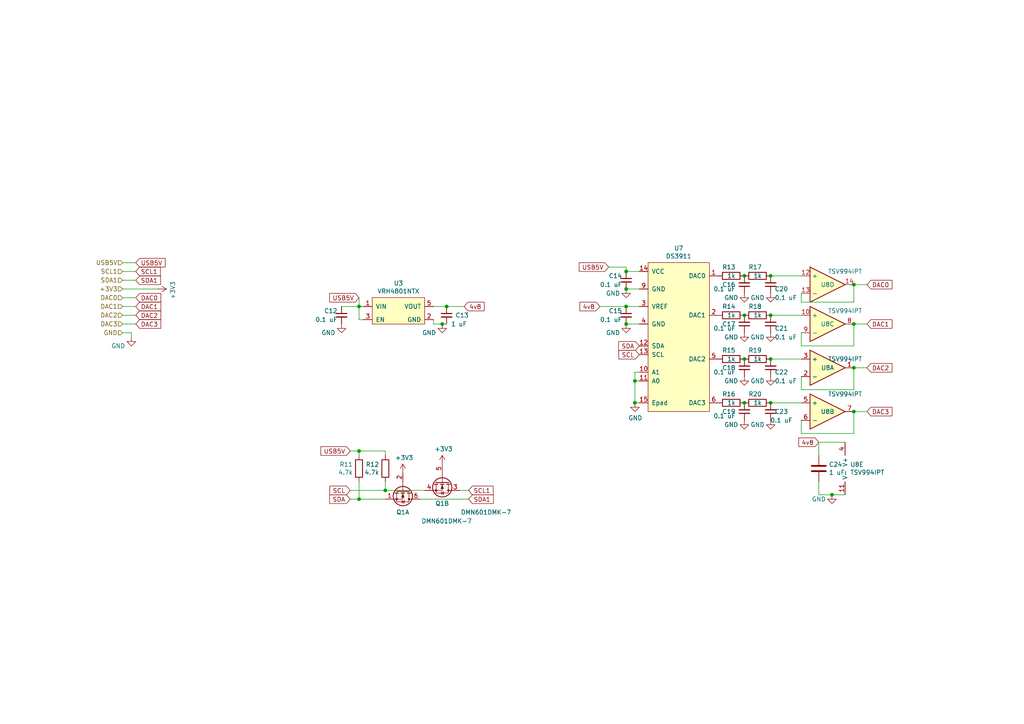
<source format=kicad_sch>
(kicad_sch (version 20230121) (generator eeschema)
  (paper "A4")
  (lib_symbols
    (symbol "Device:C" (pin_numbers hide) (pin_names (offset 0.254))
      (property "Reference" "C" (at 0.635 2.54 0))
      (property "Value" "C" (at 0.635 -2.54 0))
      (symbol "C_0_1"
        (polyline (pts (xy -2.032 -0.762) (xy 2.032 -0.762)) (stroke (width 0.508)))
        (polyline (pts (xy -2.032 0.762) (xy 2.032 0.762)) (stroke (width 0.508)))
      )
      (symbol "C_1_1"
        (pin passive line (at 0 3.81 270) (length 2.794) (name "~") (number "1"))
        (pin passive line (at 0 -3.81 90) (length 2.794) (name "~") (number "2"))
      )
    )
    (symbol "Device:C_Small" (pin_numbers hide) (pin_names (offset 0.254) hide)
      (property "Reference" "C" (at 0.254 1.778 0))
      (property "Value" "C_Small" (at 0.254 -2.032 0))
      (symbol "C_Small_0_1"
        (polyline (pts (xy -1.524 -0.508) (xy 1.524 -0.508)) (stroke (width 0.3302)))
        (polyline (pts (xy -1.524 0.508) (xy 1.524 0.508)) (stroke (width 0.3048)))
      )
      (symbol "C_Small_1_1"
        (pin passive line (at 0 2.54 270) (length 2.032) (name "~") (number "1"))
        (pin passive line (at 0 -2.54 90) (length 2.032) (name "~") (number "2"))
      )
    )
    (symbol "Device:R" (pin_numbers hide) (pin_names (offset 0))
      (property "Reference" "R" (at 2.032 0 90))
      (property "Value" "R" (at 0 0 90))
      (symbol "R_0_1"
        (rectangle (start -1.016 -2.54) (end 1.016 2.54) (stroke (width 0.254)))
      )
      (symbol "R_1_1"
        (pin passive line (at 0 3.81 270) (length 1.27) (name "~") (number "1"))
        (pin passive line (at 0 -3.81 90) (length 1.27) (name "~") (number "2"))
      )
    )
    (symbol "power:+3V3" (power) (pin_names (offset 0))
      (property "Value" "+3V3" (at 0 3.556 0))
      (symbol "+3V3_0_1"
        (polyline (pts (xy -0.762 1.27) (xy 0 2.54)))
        (polyline (pts (xy 0 0) (xy 0 2.54)))
        (polyline (pts (xy 0 2.54) (xy 0.762 1.27)))
      )
      (symbol "+3V3_1_1"
        (pin power_in line (at 0 0 90) (length 0) hide (name "+3V3") (number "1"))
      )
    )
    (symbol "power:GND" (power) (pin_names (offset 0))
      (property "Value" "GND" (at 0 -3.81 0))
      (symbol "GND_0_1"
        (polyline (pts (xy 0 0) (xy 0 -1.27) (xy 1.27 -1.27) (xy 0 -2.54) (xy -1.27 -1.27) (xy 0 -1.27)))
      )
      (symbol "GND_1_1"
        (pin power_in line (at 0 0 270) (length 0) hide (name "GND") (number "1"))
      )
    )
    (symbol "quadrant-rescue:Opamp_Quad_Generic-Device"
      (property "Reference" "U" (at 0 5.08 0))
      (property "Value" "Device_Opamp_Quad_Generic" (at 0 -5.08 0))
      (symbol "Opamp_Quad_Generic-Device_1_1"
        (polyline (pts (xy -5.08 5.08) (xy 5.08 0) (xy -5.08 -5.08) (xy -5.08 5.08)) (stroke (width 0.254)) (fill (type background)))
        (pin output line (at 7.62 0 180) (length 2.54) (name "~") (number "1"))
        (pin input line (at -7.62 -2.54 0) (length 2.54) (name "-") (number "2"))
        (pin input line (at -7.62 2.54 0) (length 2.54) (name "+") (number "3"))
      )
      (symbol "Opamp_Quad_Generic-Device_2_1"
        (polyline (pts (xy -5.08 5.08) (xy 5.08 0) (xy -5.08 -5.08) (xy -5.08 5.08)) (stroke (width 0.254)) (fill (type background)))
        (pin input line (at -7.62 2.54 0) (length 2.54) (name "+") (number "5"))
        (pin input line (at -7.62 -2.54 0) (length 2.54) (name "-") (number "6"))
        (pin output line (at 7.62 0 180) (length 2.54) (name "~") (number "7"))
      )
      (symbol "Opamp_Quad_Generic-Device_3_1"
        (polyline (pts (xy -5.08 5.08) (xy 5.08 0) (xy -5.08 -5.08) (xy -5.08 5.08)) (stroke (width 0.254)) (fill (type background)))
        (pin input line (at -7.62 2.54 0) (length 2.54) (name "+") (number "10"))
        (pin output line (at 7.62 0 180) (length 2.54) (name "~") (number "8"))
        (pin input line (at -7.62 -2.54 0) (length 2.54) (name "-") (number "9"))
      )
      (symbol "Opamp_Quad_Generic-Device_4_1"
        (polyline (pts (xy -5.08 5.08) (xy 5.08 0) (xy -5.08 -5.08) (xy -5.08 5.08)) (stroke (width 0.254)) (fill (type background)))
        (pin input line (at -7.62 2.54 0) (length 2.54) (name "+") (number "12"))
        (pin input line (at -7.62 -2.54 0) (length 2.54) (name "-") (number "13"))
        (pin output line (at 7.62 0 180) (length 2.54) (name "~") (number "14"))
      )
      (symbol "Opamp_Quad_Generic-Device_5_1"
        (pin power_in line (at -2.54 -7.62 90) (length 3.81) (name "V-") (number "11"))
        (pin power_in line (at -2.54 7.62 270) (length 3.81) (name "V+") (number "4"))
      )
    )
    (symbol "quadrant-rescue:Q_DUAL_NMOS_S1G1D2S2G2D1-Device" (pin_names (offset 0) hide)
      (property "Reference" "Q" (at 6.35 1.27 0))
      (property "Value" "Device_Q_DUAL_NMOS_S1G1D2S2G2D1" (at 19.05 -1.27 0))
      (symbol "Q_DUAL_NMOS_S1G1D2S2G2D1-Device_0_1"
        (polyline (pts (xy 0.254 0) (xy -2.54 0)))
        (polyline (pts (xy 0.254 1.905) (xy 0.254 -1.905)) (stroke (width 0.254)))
        (polyline (pts (xy 0.762 -1.27) (xy 0.762 -2.286)) (stroke (width 0.254)))
        (polyline (pts (xy 0.762 0.508) (xy 0.762 -0.508)) (stroke (width 0.254)))
        (polyline (pts (xy 0.762 2.286) (xy 0.762 1.27)) (stroke (width 0.254)))
        (polyline (pts (xy 2.54 2.54) (xy 2.54 1.778)))
        (polyline (pts (xy 2.54 -2.54) (xy 2.54 0) (xy 0.762 0)))
        (polyline (pts (xy 0.762 -1.778) (xy 3.302 -1.778) (xy 3.302 1.778) (xy 0.762 1.778)))
        (polyline (pts (xy 1.016 0) (xy 2.032 0.381) (xy 2.032 -0.381) (xy 1.016 0)) (fill (type outline)))
        (polyline (pts (xy 2.794 0.508) (xy 2.921 0.381) (xy 3.683 0.381) (xy 3.81 0.254)))
        (polyline (pts (xy 3.302 0.381) (xy 2.921 -0.254) (xy 3.683 -0.254) (xy 3.302 0.381)))
        (circle (center 1.651 0) (radius 2.794) (stroke (width 0.254)))
        (circle (center 2.54 -1.778) (radius 0.254) (fill (type outline)))
        (circle (center 2.54 1.778) (radius 0.254) (fill (type outline)))
      )
      (symbol "Q_DUAL_NMOS_S1G1D2S2G2D1-Device_1_1"
        (pin passive line (at 2.54 -5.08 90) (length 2.54) (name "S") (number "1"))
        (pin input line (at -5.08 0 0) (length 2.54) (name "G") (number "2"))
        (pin passive line (at 2.54 5.08 270) (length 2.54) (name "D") (number "6"))
      )
      (symbol "Q_DUAL_NMOS_S1G1D2S2G2D1-Device_2_1"
        (pin passive line (at 2.54 5.08 270) (length 2.54) (name "D") (number "3"))
        (pin passive line (at 2.54 -5.08 90) (length 2.54) (name "S") (number "4"))
        (pin input line (at -5.08 0 0) (length 2.54) (name "G") (number "5"))
      )
    )
    (symbol "quadrant:DS3911" (pin_names (offset 1.016))
      (property "Reference" "U" (at -11.43 16.51 0))
      (property "Value" "DS3911" (at -8.89 -29.21 0))
      (symbol "DS3911_0_1"
        (rectangle (start -12.7 15.24) (end 5.08 -27.94) (fill (type background)))
      )
      (symbol "DS3911_1_1"
        (pin output line (at 7.62 11.43 180) (length 2.54) (name "DAC0") (number "1"))
        (pin input line (at -15.24 -16.51 0) (length 2.54) (name "A1") (number "10"))
        (pin input line (at -15.24 -19.05 0) (length 2.54) (name "A0") (number "11"))
        (pin input line (at -15.24 -8.89 0) (length 2.54) (name "SDA") (number "12"))
        (pin input line (at -15.24 -11.43 0) (length 2.54) (name "SCL") (number "13"))
        (pin power_in line (at -15.24 12.7 0) (length 2.54) (name "VCC") (number "14"))
        (pin power_in line (at -15.24 -25.4 0) (length 2.54) (name "Epad") (number "15"))
        (pin output line (at 7.62 0 180) (length 2.54) (name "DAC1") (number "2"))
        (pin power_in line (at -15.24 2.54 0) (length 2.54) (name "VREF") (number "3"))
        (pin power_in line (at -15.24 -2.54 0) (length 2.54) (name "GND") (number "4"))
        (pin output line (at 7.62 -12.7 180) (length 2.54) (name "DAC2") (number "5"))
        (pin output line (at 7.62 -25.4 180) (length 2.54) (name "DAC3") (number "6"))
        (pin power_in line (at -15.24 7.62 0) (length 2.54) (name "GND") (number "9"))
      )
    )
    (symbol "quadrant:VRH4801NTX" (pin_names (offset 1.016))
      (property "Reference" "U" (at -6.35 5.08 0))
      (property "Value" "VRH4801NTX" (at 3.81 -5.08 0))
      (symbol "VRH4801NTX_0_1"
        (rectangle (start -7.62 3.81) (end 7.62 -3.81) (fill (type background)))
      )
      (symbol "VRH4801NTX_1_1"
        (pin input line (at -10.16 1.27 0) (length 2.54) (name "VIN") (number "1"))
        (pin input line (at 10.16 -2.54 180) (length 2.54) (name "GND") (number "2"))
        (pin input line (at -10.16 -2.54 0) (length 2.54) (name "EN") (number "3"))
        (pin no_connect line (at 0 -6.35 90) (length 2.54) hide (name "NC") (number "4"))
        (pin input line (at 10.16 1.27 180) (length 2.54) (name "VOUT") (number "5"))
      )
    )
  )
  (junction (at 129.54 88.9))
  (junction (at 247.65 119.38))
  (junction (at 215.9 104.14))
  (junction (at 247.65 93.98))
  (junction (at 184.15 116.84))
  (junction (at 215.9 91.44))
  (junction (at 128.27 93.98))
  (junction (at 241.3 143.51))
  (junction (at 247.65 82.55))
  (junction (at 111.76 142.24))
  (junction (at 181.61 83.82))
  (junction (at 223.52 80.01))
  (junction (at 104.14 88.9))
  (junction (at 215.9 116.84))
  (junction (at 215.9 80.01))
  (junction (at 223.52 91.44))
  (junction (at 181.61 78.74))
  (junction (at 181.61 88.9))
  (junction (at 104.14 130.81))
  (junction (at 104.14 144.78))
  (junction (at 184.15 110.49))
  (junction (at 247.65 106.68))
  (junction (at 223.52 116.84))
  (junction (at 181.61 93.98))
  (junction (at 223.52 104.14))
  (wire (pts (xy 35.56 96.52) (xy 38.1 96.52)))
  (wire (pts (xy 247.65 125.73) (xy 247.65 119.38)))
  (wire (pts (xy 129.54 88.9) (xy 125.73 88.9)))
  (wire (pts (xy 247.65 93.98) (xy 251.46 93.98)))
  (wire (pts (xy 39.37 78.74) (xy 35.56 78.74)))
  (wire (pts (xy 104.14 86.36) (xy 104.14 88.9)))
  (wire (pts (xy 173.99 88.9) (xy 181.61 88.9)))
  (wire (pts (xy 247.65 119.38) (xy 251.46 119.38)))
  (wire (pts (xy 181.61 93.98) (xy 185.42 93.98)))
  (wire (pts (xy 184.15 107.95) (xy 184.15 110.49)))
  (wire (pts (xy 111.76 144.78) (xy 104.14 144.78)))
  (wire (pts (xy 232.41 109.22) (xy 232.41 113.03)))
  (wire (pts (xy 184.15 116.84) (xy 185.42 116.84)))
  (wire (pts (xy 247.65 106.68) (xy 251.46 106.68)))
  (wire (pts (xy 111.76 139.7) (xy 111.76 142.24)))
  (wire (pts (xy 104.14 130.81) (xy 104.14 132.08)))
  (wire (pts (xy 39.37 88.9) (xy 35.56 88.9)))
  (wire (pts (xy 247.65 100.33) (xy 247.65 93.98)))
  (wire (pts (xy 35.56 76.2) (xy 39.37 76.2)))
  (wire (pts (xy 223.52 104.14) (xy 232.41 104.14)))
  (wire (pts (xy 237.49 132.08) (xy 237.49 128.27)))
  (wire (pts (xy 181.61 88.9) (xy 185.42 88.9)))
  (wire (pts (xy 232.41 113.03) (xy 247.65 113.03)))
  (wire (pts (xy 184.15 110.49) (xy 184.15 116.84)))
  (wire (pts (xy 99.06 88.9) (xy 104.14 88.9)))
  (wire (pts (xy 247.65 87.63) (xy 247.65 82.55)))
  (wire (pts (xy 111.76 130.81) (xy 111.76 132.08)))
  (wire (pts (xy 111.76 142.24) (xy 123.19 142.24)))
  (wire (pts (xy 105.41 88.9) (xy 104.14 88.9)))
  (wire (pts (xy 104.14 144.78) (xy 101.6 144.78)))
  (wire (pts (xy 181.61 77.47) (xy 181.61 78.74)))
  (wire (pts (xy 104.14 130.81) (xy 111.76 130.81)))
  (wire (pts (xy 241.3 143.51) (xy 245.11 143.51)))
  (wire (pts (xy 35.56 91.44) (xy 39.37 91.44)))
  (wire (pts (xy 35.56 81.28) (xy 39.37 81.28)))
  (wire (pts (xy 232.41 96.52) (xy 232.41 100.33)))
  (wire (pts (xy 121.92 144.78) (xy 135.89 144.78)))
  (wire (pts (xy 232.41 85.09) (xy 232.41 87.63)))
  (wire (pts (xy 35.56 83.82) (xy 45.72 83.82)))
  (wire (pts (xy 38.1 96.52) (xy 38.1 97.79)))
  (wire (pts (xy 223.52 91.44) (xy 232.41 91.44)))
  (wire (pts (xy 104.14 144.78) (xy 104.14 139.7)))
  (wire (pts (xy 232.41 100.33) (xy 247.65 100.33)))
  (wire (pts (xy 237.49 143.51) (xy 241.3 143.51)))
  (wire (pts (xy 185.42 83.82) (xy 181.61 83.82)))
  (wire (pts (xy 232.41 121.92) (xy 232.41 125.73)))
  (wire (pts (xy 125.73 92.71) (xy 125.73 93.98)))
  (wire (pts (xy 125.73 93.98) (xy 128.27 93.98)))
  (wire (pts (xy 223.52 80.01) (xy 232.41 80.01)))
  (wire (pts (xy 129.54 88.9) (xy 134.62 88.9)))
  (wire (pts (xy 185.42 107.95) (xy 184.15 107.95)))
  (wire (pts (xy 111.76 142.24) (xy 101.6 142.24)))
  (wire (pts (xy 181.61 78.74) (xy 185.42 78.74)))
  (wire (pts (xy 237.49 139.7) (xy 237.49 143.51)))
  (wire (pts (xy 104.14 92.71) (xy 105.41 92.71)))
  (wire (pts (xy 101.6 130.81) (xy 104.14 130.81)))
  (wire (pts (xy 232.41 125.73) (xy 247.65 125.73)))
  (wire (pts (xy 104.14 92.71) (xy 104.14 88.9)))
  (wire (pts (xy 128.27 93.98) (xy 129.54 93.98)))
  (wire (pts (xy 232.41 87.63) (xy 247.65 87.63)))
  (wire (pts (xy 237.49 128.27) (xy 245.11 128.27)))
  (wire (pts (xy 176.53 77.47) (xy 181.61 77.47)))
  (wire (pts (xy 35.56 86.36) (xy 39.37 86.36)))
  (wire (pts (xy 133.35 142.24) (xy 135.89 142.24)))
  (wire (pts (xy 247.65 113.03) (xy 247.65 106.68)))
  (wire (pts (xy 39.37 93.98) (xy 35.56 93.98)))
  (wire (pts (xy 247.65 82.55) (xy 251.46 82.55)))
  (wire (pts (xy 223.52 116.84) (xy 232.41 116.84)))
  (wire (pts (xy 184.15 110.49) (xy 185.42 110.49)))
  (global_label "DAC2" (shape input) (at 251.46 106.68 0) (property "Intersheetrefs" "${INTERSHEET_REFS}" (effects hide)))
  (global_label "4v8" (shape input) (at 173.99 88.9 180) (property "Intersheetrefs" "${INTERSHEET_REFS}" (effects hide)))
  (global_label "SCL" (shape input) (at 185.42 102.87 180) (property "Intersheetrefs" "${INTERSHEET_REFS}" (effects hide)))
  (global_label "SDA" (shape input) (at 101.6 144.78 180) (property "Intersheetrefs" "${INTERSHEET_REFS}" (effects hide)))
  (global_label "DAC3" (shape input) (at 251.46 119.38 0) (property "Intersheetrefs" "${INTERSHEET_REFS}" (effects hide)))
  (global_label "SCL1" (shape input) (at 135.89 142.24 0) (property "Intersheetrefs" "${INTERSHEET_REFS}" (effects hide)))
  (global_label "SCL" (shape input) (at 101.6 142.24 180) (property "Intersheetrefs" "${INTERSHEET_REFS}" (effects hide)))
  (global_label "SDA1" (shape input) (at 39.37 81.28 0) (property "Intersheetrefs" "${INTERSHEET_REFS}" (effects hide)))
  (global_label "USB5V" (shape input) (at 176.53 77.47 180) (property "Intersheetrefs" "${INTERSHEET_REFS}" (effects hide)))
  (global_label "DAC3" (shape input) (at 39.37 93.98 0) (property "Intersheetrefs" "${INTERSHEET_REFS}" (effects hide)))
  (global_label "DAC1" (shape input) (at 251.46 93.98 0) (property "Intersheetrefs" "${INTERSHEET_REFS}" (effects hide)))
  (global_label "SCL1" (shape input) (at 39.37 78.74 0) (property "Intersheetrefs" "${INTERSHEET_REFS}" (effects hide)))
  (global_label "SDA" (shape input) (at 185.42 100.33 180) (property "Intersheetrefs" "${INTERSHEET_REFS}" (effects hide)))
  (global_label "USB5V" (shape input) (at 101.6 130.81 180) (property "Intersheetrefs" "${INTERSHEET_REFS}" (effects hide)))
  (global_label "DAC2" (shape input) (at 39.37 91.44 0) (property "Intersheetrefs" "${INTERSHEET_REFS}" (effects hide)))
  (global_label "DAC1" (shape input) (at 39.37 88.9 0) (property "Intersheetrefs" "${INTERSHEET_REFS}" (effects hide)))
  (global_label "SDA1" (shape input) (at 135.89 144.78 0) (property "Intersheetrefs" "${INTERSHEET_REFS}" (effects hide)))
  (global_label "DAC0" (shape input) (at 251.46 82.55 0) (property "Intersheetrefs" "${INTERSHEET_REFS}" (effects hide)))
  (global_label "4v8" (shape input) (at 134.62 88.9 0) (property "Intersheetrefs" "${INTERSHEET_REFS}" (effects hide)))
  (global_label "USB5V" (shape input) (at 39.37 76.2 0) (property "Intersheetrefs" "${INTERSHEET_REFS}" (effects hide)))
  (global_label "USB5V" (shape input) (at 104.14 86.36 180) (property "Intersheetrefs" "${INTERSHEET_REFS}" (effects hide)))
  (global_label "DAC0" (shape input) (at 39.37 86.36 0) (property "Intersheetrefs" "${INTERSHEET_REFS}" (effects hide)))
  (global_label "4v8" (shape input) (at 237.49 128.27 180) (property "Intersheetrefs" "${INTERSHEET_REFS}" (effects hide)))
  (hierarchical_label "SCL1" (shape input) (at 35.56 78.74 180))
  (hierarchical_label "DAC3" (shape input) (at 35.56 93.98 180))
  (hierarchical_label "DAC0" (shape input) (at 35.56 86.36 180))
  (hierarchical_label "SDA1" (shape input) (at 35.56 81.28 180))
  (hierarchical_label "GND" (shape input) (at 35.56 96.52 180))
  (hierarchical_label "DAC1" (shape input) (at 35.56 88.9 180))
  (hierarchical_label "+3V3" (shape input) (at 35.56 83.82 180))
  (hierarchical_label "DAC2" (shape input) (at 35.56 91.44 180))
  (hierarchical_label "USB5V" (shape input) (at 35.56 76.2 180))
  (symbol (lib_id "quadrant:VRH4801NTX") (at 115.57 90.17 0) (unit 1)
    (property "Reference" "U3" (at 115.57 82.169 0))
    (property "Value" "VRH4801NTX" (at 115.57 84.4804 0))
    (property "Footprint" "quadrant:SOT-25" (effects hide))
    (property "JLC" "SOT-23-5" (effects hide))
    (property "LCSC" "C698019" (effects hide))
    (property "ordered" "y" (effects hide))
  )
  (symbol (lib_id "quadrant:DS3911") (at 200.66 91.44 0) (unit 1)
    (property "Reference" "U7" (at 196.85 72.009 0))
    (property "Value" "DS3911" (at 196.85 74.3204 0))
    (property "Footprint" "quadrant:SON40P300X500X80-15N" (effects hide))
    (property "JLC" "TDFN-14-EP(3x3)" (effects hide))
    (property "LCSC" "C1554592" (effects hide))
    (property "ordered" "y" (effects hide))
    (instances (project "quadrant" (path "" (reference "U7") (unit 1)) (path "" (reference "U?") (unit 1))))
  )
  (symbol (lib_id "Device:C_Small") (at 181.61 81.28 0) (unit 1)
    (property "Reference" "C14" (at 176.53 80.01 0) (effects (justify left)))
    (property "Value" "0.1 uF" (at 173.99 82.55 0) (effects (justify left)))
    (property "Footprint" "Capacitor_SMD:C_0603_1608Metric_Pad1.08x0.95mm_HandSolder" (effects hide))
    (property "JLC" "0603" (effects hide))
    (property "LCSC" "C30926" (effects hide))
    (property "ordered" "y" (effects hide))
    (instances (project "quadrant" (path "" (reference "C14") (unit 1)) (path "" (reference "C?") (unit 1))))
  )
  (symbol (lib_id "power:GND") (at 181.61 83.82 0) (unit 1)
    (property "Reference" "#PWR044" (effects hide))
    (property "Value" "GND" (at 177.8 85.09 0))
    (instances (project "quadrant" (path "" (reference "#PWR044") (unit 1)) (path "" (reference "#PWR?") (unit 1))))
  )
  (symbol (lib_id "Device:C_Small") (at 181.61 91.44 0) (unit 1)
    (property "Reference" "C15" (at 176.53 90.17 0) (effects (justify left)))
    (property "Value" "0.1 uF" (at 173.99 92.71 0) (effects (justify left)))
    (property "Footprint" "Capacitor_SMD:C_0603_1608Metric_Pad1.08x0.95mm_HandSolder" (effects hide))
    (property "JLC" "0603" (effects hide))
    (property "LCSC" "C30926" (effects hide))
    (property "ordered" "y" (effects hide))
    (instances (project "quadrant" (path "" (reference "C15") (unit 1)) (path "" (reference "C?") (unit 1))))
  )
  (symbol (lib_id "power:GND") (at 181.61 93.98 0) (unit 1)
    (property "Reference" "#PWR045" (effects hide))
    (property "Value" "GND" (at 177.8 96.52 0))
    (instances (project "quadrant" (path "" (reference "#PWR045") (unit 1)) (path "" (reference "#PWR?") (unit 1))))
  )
  (symbol (lib_id "power:GND") (at 184.15 116.84 0) (unit 1)
    (property "Reference" "#PWR046" (effects hide))
    (property "Value" "GND" (at 184.277 121.2342 0))
    (instances (project "quadrant" (path "" (reference "#PWR046") (unit 1)) (path "" (reference "#PWR?") (unit 1))))
  )
  (symbol (lib_id "Device:R") (at 212.09 80.01 90) (mirror x) (unit 1)
    (property "Reference" "R13" (at 213.36 77.47 90) (effects (justify left)))
    (property "Value" "1k" (at 213.36 80.01 90) (effects (justify left)))
    (property "Footprint" "Resistor_SMD:R_0603_1608Metric_Pad0.98x0.95mm_HandSolder" (effects hide))
    (property "JLC" "0603" (effects hide))
    (property "LCSC" " C21190 " (effects hide))
    (property "ordered" "y" (effects hide))
    (instances (project "quadrant" (path "" (reference "R13") (unit 1)) (path "" (reference "R?") (unit 1))))
  )
  (symbol (lib_id "Device:C_Small") (at 215.9 82.55 180) (unit 1)
    (property "Reference" "C16" (at 213.36 82.55 0) (effects (justify left)))
    (property "Value" "0.1 uF" (at 213.36 83.82 0) (effects (justify left)))
    (property "Footprint" "Capacitor_SMD:C_0603_1608Metric_Pad1.08x0.95mm_HandSolder" (effects hide))
    (property "JLC" "0603" (effects hide))
    (property "LCSC" "C30926" (effects hide))
    (property "ordered" "y" (effects hide))
    (instances (project "quadrant" (path "" (reference "C16") (unit 1)) (path "" (reference "C?") (unit 1))))
  )
  (symbol (lib_id "Device:C_Small") (at 223.52 82.55 180) (unit 1)
    (property "Reference" "C20" (at 228.6 83.82 0) (effects (justify left)))
    (property "Value" "0.1 uF" (at 231.14 86.36 0) (effects (justify left)))
    (property "Footprint" "Capacitor_SMD:C_0603_1608Metric_Pad1.08x0.95mm_HandSolder" (effects hide))
    (property "JLC" "0603" (effects hide))
    (property "LCSC" "C30926" (effects hide))
    (property "ordered" "y" (effects hide))
    (instances (project "quadrant" (path "" (reference "C20") (unit 1)) (path "" (reference "C?") (unit 1))))
  )
  (symbol (lib_id "Device:R") (at 219.71 80.01 90) (mirror x) (unit 1)
    (property "Reference" "R17" (at 220.98 77.47 90) (effects (justify left)))
    (property "Value" "1k" (at 220.98 80.01 90) (effects (justify left)))
    (property "Footprint" "Resistor_SMD:R_0603_1608Metric_Pad0.98x0.95mm_HandSolder" (effects hide))
    (property "JLC" "0603" (effects hide))
    (property "LCSC" " C21190 " (effects hide))
    (property "ordered" "y" (effects hide))
    (instances (project "quadrant" (path "" (reference "R17") (unit 1)) (path "" (reference "R?") (unit 1))))
  )
  (symbol (lib_id "power:GND") (at 215.9 85.09 0) (unit 1)
    (property "Reference" "#PWR047" (effects hide))
    (property "Value" "GND" (at 212.09 86.36 0))
    (instances (project "quadrant" (path "" (reference "#PWR047") (unit 1)) (path "" (reference "#PWR?") (unit 1))))
  )
  (symbol (lib_id "power:GND") (at 223.52 85.09 0) (unit 1)
    (property "Reference" "#PWR051" (effects hide))
    (property "Value" "GND" (at 219.71 86.36 0))
    (instances (project "quadrant" (path "" (reference "#PWR051") (unit 1)) (path "" (reference "#PWR?") (unit 1))))
  )
  (symbol (lib_id "Device:R") (at 212.09 91.44 90) (mirror x) (unit 1)
    (property "Reference" "R14" (at 213.36 88.9 90) (effects (justify left)))
    (property "Value" "1k" (at 213.36 91.44 90) (effects (justify left)))
    (property "Footprint" "Resistor_SMD:R_0603_1608Metric_Pad0.98x0.95mm_HandSolder" (effects hide))
    (property "JLC" "0603" (effects hide))
    (property "LCSC" " C21190 " (effects hide))
    (property "ordered" "y" (effects hide))
    (instances (project "quadrant" (path "" (reference "R14") (unit 1)) (path "" (reference "R?") (unit 1))))
  )
  (symbol (lib_id "Device:C_Small") (at 215.9 93.98 180) (unit 1)
    (property "Reference" "C17" (at 213.36 93.98 0) (effects (justify left)))
    (property "Value" "0.1 uF" (at 213.36 95.25 0) (effects (justify left)))
    (property "Footprint" "Capacitor_SMD:C_0603_1608Metric_Pad1.08x0.95mm_HandSolder" (effects hide))
    (property "JLC" "0603" (effects hide))
    (property "LCSC" "C30926" (effects hide))
    (property "ordered" "y" (effects hide))
    (instances (project "quadrant" (path "" (reference "C17") (unit 1)) (path "" (reference "C?") (unit 1))))
  )
  (symbol (lib_id "Device:C_Small") (at 223.52 93.98 180) (unit 1)
    (property "Reference" "C21" (at 228.6 95.25 0) (effects (justify left)))
    (property "Value" "0.1 uF" (at 231.14 97.79 0) (effects (justify left)))
    (property "Footprint" "Capacitor_SMD:C_0603_1608Metric_Pad1.08x0.95mm_HandSolder" (effects hide))
    (property "JLC" "0603" (effects hide))
    (property "LCSC" "C30926" (effects hide))
    (property "ordered" "y" (effects hide))
    (instances (project "quadrant" (path "" (reference "C21") (unit 1)) (path "" (reference "C?") (unit 1))))
  )
  (symbol (lib_id "Device:R") (at 219.71 91.44 90) (mirror x) (unit 1)
    (property "Reference" "R18" (at 220.98 88.9 90) (effects (justify left)))
    (property "Value" "1k" (at 220.98 91.44 90) (effects (justify left)))
    (property "Footprint" "Resistor_SMD:R_0603_1608Metric_Pad0.98x0.95mm_HandSolder" (effects hide))
    (property "JLC" "0603" (effects hide))
    (property "LCSC" " C21190 " (effects hide))
    (property "ordered" "y" (effects hide))
    (instances (project "quadrant" (path "" (reference "R18") (unit 1)) (path "" (reference "R?") (unit 1))))
  )
  (symbol (lib_id "power:GND") (at 215.9 96.52 0) (unit 1)
    (property "Reference" "#PWR048" (effects hide))
    (property "Value" "GND" (at 212.09 97.79 0))
    (instances (project "quadrant" (path "" (reference "#PWR048") (unit 1)) (path "" (reference "#PWR?") (unit 1))))
  )
  (symbol (lib_id "power:GND") (at 223.52 96.52 0) (unit 1)
    (property "Reference" "#PWR052" (effects hide))
    (property "Value" "GND" (at 219.71 97.79 0))
    (instances (project "quadrant" (path "" (reference "#PWR052") (unit 1)) (path "" (reference "#PWR?") (unit 1))))
  )
  (symbol (lib_id "Device:R") (at 212.09 104.14 90) (mirror x) (unit 1)
    (property "Reference" "R15" (at 213.36 101.6 90) (effects (justify left)))
    (property "Value" "1k" (at 213.36 104.14 90) (effects (justify left)))
    (property "Footprint" "Resistor_SMD:R_0603_1608Metric_Pad0.98x0.95mm_HandSolder" (effects hide))
    (property "JLC" "0603" (effects hide))
    (property "LCSC" " C21190 " (effects hide))
    (property "ordered" "y" (effects hide))
    (instances (project "quadrant" (path "" (reference "R15") (unit 1)) (path "" (reference "R?") (unit 1))))
  )
  (symbol (lib_id "Device:C_Small") (at 215.9 106.68 180) (unit 1)
    (property "Reference" "C18" (at 213.36 106.68 0) (effects (justify left)))
    (property "Value" "0.1 uF" (at 213.36 107.95 0) (effects (justify left)))
    (property "Footprint" "Capacitor_SMD:C_0603_1608Metric_Pad1.08x0.95mm_HandSolder" (effects hide))
    (property "JLC" "0603" (effects hide))
    (property "LCSC" "C30926" (effects hide))
    (property "ordered" "y" (effects hide))
    (instances (project "quadrant" (path "" (reference "C18") (unit 1)) (path "" (reference "C?") (unit 1))))
  )
  (symbol (lib_id "Device:C_Small") (at 223.52 106.68 180) (unit 1)
    (property "Reference" "C22" (at 228.6 107.95 0) (effects (justify left)))
    (property "Value" "0.1 uF" (at 231.14 110.49 0) (effects (justify left)))
    (property "Footprint" "Capacitor_SMD:C_0603_1608Metric_Pad1.08x0.95mm_HandSolder" (effects hide))
    (property "JLC" "0603" (effects hide))
    (property "LCSC" "C30926" (effects hide))
    (property "ordered" "y" (effects hide))
    (instances (project "quadrant" (path "" (reference "C22") (unit 1)) (path "" (reference "C?") (unit 1))))
  )
  (symbol (lib_id "Device:R") (at 219.71 104.14 90) (mirror x) (unit 1)
    (property "Reference" "R19" (at 220.98 101.6 90) (effects (justify left)))
    (property "Value" "1k" (at 220.98 104.14 90) (effects (justify left)))
    (property "Footprint" "Resistor_SMD:R_0603_1608Metric_Pad0.98x0.95mm_HandSolder" (effects hide))
    (property "JLC" "0603" (effects hide))
    (property "LCSC" " C21190 " (effects hide))
    (property "ordered" "y" (effects hide))
    (instances (project "quadrant" (path "" (reference "R19") (unit 1)) (path "" (reference "R?") (unit 1))))
  )
  (symbol (lib_id "power:GND") (at 215.9 109.22 0) (unit 1)
    (property "Reference" "#PWR049" (effects hide))
    (property "Value" "GND" (at 212.09 110.49 0))
    (instances (project "quadrant" (path "" (reference "#PWR049") (unit 1)) (path "" (reference "#PWR?") (unit 1))))
  )
  (symbol (lib_id "power:GND") (at 223.52 109.22 0) (unit 1)
    (property "Reference" "#PWR053" (effects hide))
    (property "Value" "GND" (at 219.71 110.49 0))
    (instances (project "quadrant" (path "" (reference "#PWR053") (unit 1)) (path "" (reference "#PWR?") (unit 1))))
  )
  (symbol (lib_id "Device:R") (at 212.09 116.84 90) (mirror x) (unit 1)
    (property "Reference" "R16" (at 213.36 114.3 90) (effects (justify left)))
    (property "Value" "1k" (at 213.36 116.84 90) (effects (justify left)))
    (property "Footprint" "Resistor_SMD:R_0603_1608Metric_Pad0.98x0.95mm_HandSolder" (effects hide))
    (property "JLC" "0603" (effects hide))
    (property "LCSC" " C21190 " (effects hide))
    (property "ordered" "y" (effects hide))
    (instances (project "quadrant" (path "" (reference "R16") (unit 1)) (path "" (reference "R?") (unit 1))))
  )
  (symbol (lib_id "Device:C_Small") (at 215.9 119.38 180) (unit 1)
    (property "Reference" "C19" (at 213.36 119.38 0) (effects (justify left)))
    (property "Value" "0.1 uF" (at 213.36 120.65 0) (effects (justify left)))
    (property "Footprint" "Capacitor_SMD:C_0603_1608Metric_Pad1.08x0.95mm_HandSolder" (effects hide))
    (property "JLC" "0603" (effects hide))
    (property "LCSC" "C30926" (effects hide))
    (property "ordered" "y" (effects hide))
    (instances (project "quadrant" (path "" (reference "C19") (unit 1)) (path "" (reference "C?") (unit 1))))
  )
  (symbol (lib_id "Device:C_Small") (at 223.52 119.38 180) (unit 1)
    (property "Reference" "C23" (at 228.6 119.38 0) (effects (justify left)))
    (property "Value" "0.1 uF" (at 229.87 121.92 0) (effects (justify left)))
    (property "Footprint" "Capacitor_SMD:C_0603_1608Metric_Pad1.08x0.95mm_HandSolder" (effects hide))
    (property "JLC" "0603" (effects hide))
    (property "LCSC" "C30926" (effects hide))
    (property "ordered" "y" (effects hide))
    (instances (project "quadrant" (path "" (reference "C23") (unit 1)) (path "" (reference "C?") (unit 1))))
  )
  (symbol (lib_id "Device:R") (at 219.71 116.84 90) (mirror x) (unit 1)
    (property "Reference" "R20" (at 220.98 114.3 90) (effects (justify left)))
    (property "Value" "1k" (at 220.98 116.84 90) (effects (justify left)))
    (property "Footprint" "Resistor_SMD:R_0603_1608Metric_Pad0.98x0.95mm_HandSolder" (effects hide))
    (property "JLC" "0603" (effects hide))
    (property "LCSC" " C21190 " (effects hide))
    (property "ordered" "y" (effects hide))
    (instances (project "quadrant" (path "" (reference "R20") (unit 1)) (path "" (reference "R?") (unit 1))))
  )
  (symbol (lib_id "power:GND") (at 215.9 121.92 0) (unit 1)
    (property "Reference" "#PWR050" (effects hide))
    (property "Value" "GND" (at 212.09 123.19 0))
    (instances (project "quadrant" (path "" (reference "#PWR050") (unit 1)) (path "" (reference "#PWR?") (unit 1))))
  )
  (symbol (lib_id "power:GND") (at 223.52 121.92 0) (unit 1)
    (property "Reference" "#PWR054" (effects hide))
    (property "Value" "GND" (at 219.71 123.19 0))
    (instances (project "quadrant" (path "" (reference "#PWR054") (unit 1)) (path "" (reference "#PWR?") (unit 1))))
  )
  (symbol (lib_id "quadrant-rescue:Opamp_Quad_Generic-Device") (at 240.03 106.68 0) (unit 1)
    (property "Reference" "U8" (at 240.03 106.68 0))
    (property "Value" "TSV994IPT" (at 245.11 114.3 0))
    (property "Footprint" "Package_SO:TSSOP-14_4.4x5mm_P0.65mm" (effects hide))
    (property "JLC" "TSSOP-14" (effects hide))
    (property "LCSC" "C503311" (effects hide))
    (property "ordered" "y" (effects hide))
    (instances (project "quadrant" (path "" (reference "U8") (unit 1)) (path "" (reference "U?") (unit 1))))
  )
  (symbol (lib_id "quadrant-rescue:Opamp_Quad_Generic-Device") (at 240.03 119.38 0) (unit 2)
    (property "Reference" "U8" (at 240.03 119.38 0))
    (property "Value" "TSV994IPT" (at 245.11 104.14 0))
    (property "Footprint" "Package_SO:TSSOP-14_4.4x5mm_P0.65mm" (effects hide))
    (property "JLC" "TSSOP-14" (effects hide))
    (property "LCSC" "C503311" (effects hide))
    (property "ordered" "y" (effects hide))
    (instances (project "quadrant" (path "" (reference "U8") (unit 2)) (path "" (reference "U?") (unit 2))))
  )
  (symbol (lib_id "quadrant-rescue:Opamp_Quad_Generic-Device") (at 240.03 93.98 0) (unit 3)
    (property "Reference" "U8" (at 240.03 93.98 0))
    (property "Value" "TSV994IPT" (at 245.11 90.17 0))
    (property "Footprint" "Package_SO:TSSOP-14_4.4x5mm_P0.65mm" (effects hide))
    (property "JLC" "TSSOP-14" (effects hide))
    (property "LCSC" "C503311" (effects hide))
    (property "ordered" "y" (effects hide))
    (instances (project "quadrant" (path "" (reference "U8") (unit 3)) (path "" (reference "U?") (unit 3))))
  )
  (symbol (lib_id "quadrant-rescue:Opamp_Quad_Generic-Device") (at 240.03 82.55 0) (unit 4)
    (property "Reference" "U8" (at 240.03 82.55 0))
    (property "Value" "TSV994IPT" (at 245.11 78.74 0))
    (property "Footprint" "Package_SO:TSSOP-14_4.4x5mm_P0.65mm" (effects hide))
    (property "JLC" "TSSOP-14" (effects hide))
    (property "LCSC" "C503311" (effects hide))
    (property "ordered" "y" (effects hide))
    (instances (project "quadrant" (path "" (reference "U8") (unit 4)) (path "" (reference "U?") (unit 4))))
  )
  (symbol (lib_id "quadrant-rescue:Opamp_Quad_Generic-Device") (at 247.65 135.89 0) (unit 5)
    (property "Reference" "U8" (at 246.5832 134.7216 0) (effects (justify left)))
    (property "Value" "TSV994IPT" (at 246.5832 137.033 0) (effects (justify left)))
    (property "Footprint" "Package_SO:TSSOP-14_4.4x5mm_P0.65mm" (effects hide))
    (property "JLC" "TSSOP-14" (effects hide))
    (property "LCSC" "C503311" (effects hide))
    (property "ordered" "y" (effects hide))
    (instances (project "quadrant" (path "" (reference "U8") (unit 5)) (path "" (reference "U?") (unit 5))))
  )
  (symbol (lib_id "Device:C") (at 237.49 135.89 0) (unit 1)
    (property "Reference" "C24" (at 240.411 134.7216 0) (effects (justify left)))
    (property "Value" "1 uF" (at 240.411 137.033 0) (effects (justify left)))
    (property "Footprint" "Capacitor_SMD:C_0805_2012Metric_Pad1.18x1.45mm_HandSolder" (effects hide))
    (property "JLC" "0805" (effects hide))
    (property "LCSC" "C215803" (effects hide))
    (property "ordered" "y" (effects hide))
    (instances (project "quadrant" (path "" (reference "C24") (unit 1)) (path "" (reference "C?") (unit 1))))
  )
  (symbol (lib_id "quadrant-rescue:Q_DUAL_NMOS_S1G1D2S2G2D1-Device") (at 116.84 142.24 270) (unit 1)
    (property "Reference" "Q1" (at 116.84 148.5646 90))
    (property "Value" "DMN601DMK-7" (at 129.54 151.13 90))
    (property "Footprint" "Package_TO_SOT_SMD:SOT-23-6_Handsoldering" (effects hide))
    (property "JLC" "SOT-23-6" (effects hide))
    (property "LCSC" " C150709 " (effects hide))
    (property "ordered" "y" (effects hide))
    (instances (project "quadrant" (path "" (reference "Q1") (unit 1)) (path "" (reference "Q?") (unit 1))))
  )
  (symbol (lib_id "quadrant-rescue:Q_DUAL_NMOS_S1G1D2S2G2D1-Device") (at 128.27 139.7 270) (unit 2)
    (property "Reference" "Q1" (at 128.27 146.0246 90))
    (property "Value" "DMN601DMK-7" (at 140.97 148.59 90))
    (property "Footprint" "Package_TO_SOT_SMD:SOT-23-6_Handsoldering" (effects hide))
    (property "JLC" "SOT-23-6" (effects hide))
    (property "LCSC" " C150709 " (effects hide))
    (property "ordered" "y" (effects hide))
    (instances (project "quadrant" (path "" (reference "Q1") (unit 2)) (path "" (reference "Q?") (unit 2))))
  )
  (symbol (lib_id "power:+3V3") (at 116.84 137.16 0) (unit 1)
    (property "Reference" "#PWR041" (effects hide))
    (property "Value" "+3V3" (at 117.221 132.7658 0))
    (instances (project "quadrant" (path "" (reference "#PWR041") (unit 1)) (path "" (reference "#PWR?") (unit 1))))
  )
  (symbol (lib_id "power:+3V3") (at 128.27 134.62 0) (unit 1)
    (property "Reference" "#PWR043" (effects hide))
    (property "Value" "+3V3" (at 128.651 130.2258 0))
    (instances (project "quadrant" (path "" (reference "#PWR043") (unit 1)) (path "" (reference "#PWR?") (unit 1))))
  )
  (symbol (lib_id "Device:R") (at 104.14 135.89 0) (mirror y) (unit 1)
    (property "Reference" "R11" (at 102.362 134.7216 0) (effects (justify left)))
    (property "Value" "4.7k" (at 102.362 137.033 0) (effects (justify left)))
    (property "Footprint" "Resistor_SMD:R_0603_1608Metric_Pad0.98x0.95mm_HandSolder" (effects hide))
    (property "JLC" "0603" (effects hide))
    (property "LCSC" " C23162 " (effects hide))
    (property "ordered" "y" (effects hide))
    (instances (project "quadrant" (path "" (reference "R11") (unit 1)) (path "" (reference "R?") (unit 1))))
  )
  (symbol (lib_id "Device:R") (at 111.76 135.89 0) (mirror y) (unit 1)
    (property "Reference" "R12" (at 109.982 134.7216 0) (effects (justify left)))
    (property "Value" "4.7k" (at 109.982 137.033 0) (effects (justify left)))
    (property "Footprint" "Resistor_SMD:R_0603_1608Metric_Pad0.98x0.95mm_HandSolder" (effects hide))
    (property "JLC" "0603" (effects hide))
    (property "LCSC" " C23162 " (effects hide))
    (property "ordered" "y" (effects hide))
    (instances (project "quadrant" (path "" (reference "R12") (unit 1)) (path "" (reference "R?") (unit 1))))
  )
  (symbol (lib_id "Device:C_Small") (at 99.06 91.44 0) (unit 1)
    (property "Reference" "C12" (at 93.98 90.17 0) (effects (justify left)))
    (property "Value" "0.1 uF" (at 91.44 92.71 0) (effects (justify left)))
    (property "Footprint" "Capacitor_SMD:C_0603_1608Metric_Pad1.08x0.95mm_HandSolder" (effects hide))
    (property "JLC" "0603" (effects hide))
    (property "LCSC" "C30926" (effects hide))
    (property "ordered" "y" (effects hide))
    (instances (project "quadrant" (path "" (reference "C12") (unit 1)) (path "" (reference "C?") (unit 1))))
  )
  (symbol (lib_id "Device:C_Small") (at 129.54 91.44 0) (unit 1)
    (property "Reference" "C13" (at 132.08 91.44 0) (effects (justify left)))
    (property "Value" "1 uF" (at 130.81 93.98 0) (effects (justify left)))
    (property "Footprint" "Capacitor_SMD:C_0805_2012Metric_Pad1.18x1.45mm_HandSolder" (effects hide))
    (property "JLC" "0805" (effects hide))
    (property "LCSC" "C215803" (effects hide))
    (property "ordered" "y" (effects hide))
    (instances (project "quadrant" (path "" (reference "C13") (unit 1)) (path "" (reference "C?") (unit 1))))
  )
  (symbol (lib_id "power:GND") (at 128.27 93.98 0) (unit 1)
    (property "Reference" "#PWR042" (effects hide))
    (property "Value" "GND" (at 124.46 96.52 0))
    (instances (project "quadrant" (path "" (reference "#PWR042") (unit 1)) (path "" (reference "#PWR?") (unit 1))))
  )
  (symbol (lib_id "power:GND") (at 99.06 93.98 0) (unit 1)
    (property "Reference" "#PWR040" (effects hide))
    (property "Value" "GND" (at 95.25 96.52 0))
    (instances (project "quadrant" (path "" (reference "#PWR040") (unit 1)) (path "" (reference "#PWR?") (unit 1))))
  )
  (symbol (lib_id "power:GND") (at 38.1 97.79 0) (unit 1)
    (property "Reference" "#PWR038" (effects hide))
    (property "Value" "GND" (at 34.29 100.33 0))
    (instances (project "quadrant" (path "" (reference "#PWR038") (unit 1)) (path "" (reference "#PWR?") (unit 1))))
  )
  (symbol (lib_id "power:+3V3") (at 45.72 83.82 270) (unit 1)
    (property "Reference" "#PWR039" (effects hide))
    (property "Value" "+3V3" (at 50.1142 84.201 0))
    (instances (project "quadrant" (path "" (reference "#PWR039") (unit 1)) (path "" (reference "#PWR?") (unit 1))))
  )
  (symbol (lib_id "power:GND") (at 241.3 143.51 0) (unit 1)
    (property "Reference" "#PWR0107" (effects hide))
    (property "Value" "GND" (at 237.49 144.78 0))
    (instances (project "quadrant" (path "" (reference "#PWR0107") (unit 1)) (path "" (reference "#PWR?") (unit 1))))
  )
)
</source>
